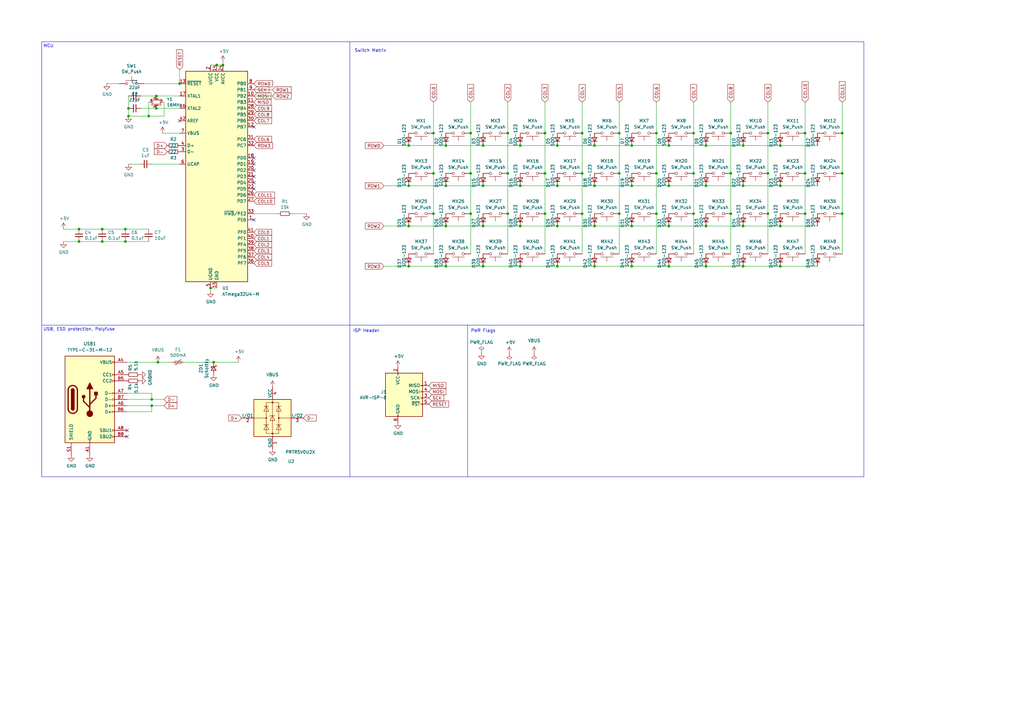
<source format=kicad_sch>
(kicad_sch (version 20230121) (generator eeschema)
  (paper "A3")
  (title_block (date "2023-11-12"))
  (junction (at 269.24 71.12))
  (junction (at 254 71.12))
  (junction (at 320.04 92.71))
  (junction (at 274.32 59.69))
  (junction (at 51.435 93.98))
  (junction (at 182.88 92.71))
  (junction (at 177.8 54.61))
  (junction (at 182.88 76.2))
  (junction (at 299.72 87.63))
  (junction (at 284.48 87.63))
  (junction (at 289.56 76.2))
  (junction (at 274.32 109.22))
  (junction (at 243.84 109.22))
  (junction (at 167.64 92.71))
  (junction (at 314.96 87.63))
  (junction (at 269.24 87.63))
  (junction (at 228.6 109.22))
  (junction (at 52.705 47.625))
  (junction (at 274.32 92.71))
  (junction (at 228.6 92.71))
  (junction (at 182.88 109.22))
  (junction (at 167.64 109.22))
  (junction (at 62.23 166.37))
  (junction (at 259.08 92.71))
  (junction (at 177.8 71.12))
  (junction (at 243.84 59.69))
  (junction (at 32.385 93.98))
  (junction (at 254 54.61))
  (junction (at 304.8 109.22))
  (junction (at 60.96 47.625))
  (junction (at 41.91 93.98))
  (junction (at 320.04 109.22))
  (junction (at 254 87.63))
  (junction (at 320.04 76.2))
  (junction (at 51.435 99.06))
  (junction (at 167.64 59.69))
  (junction (at 304.8 76.2))
  (junction (at 259.08 109.22))
  (junction (at 223.52 54.61))
  (junction (at 73.66 34.29))
  (junction (at 228.6 76.2))
  (junction (at 289.56 59.69))
  (junction (at 299.72 54.61))
  (junction (at 64.77 148.59))
  (junction (at 223.52 87.63))
  (junction (at 238.76 71.12))
  (junction (at 345.44 54.61))
  (junction (at 208.28 71.12))
  (junction (at 198.12 109.22))
  (junction (at 223.52 71.12))
  (junction (at 320.04 59.69))
  (junction (at 330.2 87.63))
  (junction (at 193.04 71.12))
  (junction (at 182.88 59.69))
  (junction (at 269.24 54.61))
  (junction (at 177.8 87.63))
  (junction (at 64.135 39.37))
  (junction (at 62.23 163.83))
  (junction (at 86.36 118.11))
  (junction (at 238.76 87.63))
  (junction (at 213.36 92.71))
  (junction (at 208.28 54.61))
  (junction (at 314.96 71.12))
  (junction (at 208.28 87.63))
  (junction (at 284.48 71.12))
  (junction (at 345.44 87.63))
  (junction (at 193.04 54.61))
  (junction (at 228.6 59.69))
  (junction (at 64.135 44.45))
  (junction (at 314.96 54.61))
  (junction (at 330.2 71.12))
  (junction (at 304.8 59.69))
  (junction (at 259.08 59.69))
  (junction (at 198.12 76.2))
  (junction (at 259.08 76.2))
  (junction (at 167.64 76.2))
  (junction (at 299.72 71.12))
  (junction (at 87.63 148.59))
  (junction (at 243.84 92.71))
  (junction (at 32.385 99.06))
  (junction (at 52.705 44.45))
  (junction (at 289.56 92.71))
  (junction (at 198.12 92.71))
  (junction (at 274.32 76.2))
  (junction (at 193.04 87.63))
  (junction (at 41.91 99.06))
  (junction (at 345.44 71.12))
  (junction (at 91.44 26.67))
  (junction (at 238.76 54.61))
  (junction (at 304.8 92.71))
  (junction (at 243.84 76.2))
  (junction (at 213.36 76.2))
  (junction (at 289.56 109.22))
  (junction (at 88.9 26.67))
  (junction (at 213.36 59.69))
  (junction (at 330.2 54.61))
  (junction (at 198.12 59.69))
  (junction (at 213.36 109.22))
  (junction (at 284.48 54.61))
  (no_connect (at 104.14 74.93))
  (no_connect (at 104.14 67.31))
  (no_connect (at 104.14 72.39))
  (no_connect (at 104.14 52.07))
  (no_connect (at 104.14 77.47))
  (no_connect (at 52.07 179.07))
  (no_connect (at 73.66 49.53))
  (no_connect (at 104.14 64.77))
  (no_connect (at 52.07 176.53))
  (no_connect (at 104.14 90.17))
  (no_connect (at 104.14 69.85))
  (wire (pts (xy 213.36 109.22) (xy 228.6 109.22)))
  (wire (pts (xy 284.48 54.61) (xy 284.48 71.12)))
  (wire (pts (xy 269.24 87.63) (xy 269.24 104.14)))
  (wire (pts (xy 62.23 166.37) (xy 62.23 168.91)))
  (wire (pts (xy 345.44 87.63) (xy 345.44 104.14)))
  (wire (pts (xy 193.04 87.63) (xy 193.04 104.14)))
  (wire (pts (xy 223.52 54.61) (xy 223.52 71.12)))
  (wire (pts (xy 198.12 59.69) (xy 213.36 59.69)))
  (wire (pts (xy 269.24 41.91) (xy 269.24 54.61)))
  (wire (pts (xy 111.76 39.37) (xy 104.14 39.37)))
  (wire (pts (xy 26.035 99.06) (xy 32.385 99.06)))
  (wire (pts (xy 193.04 54.61) (xy 193.04 71.12)))
  (wire (pts (xy 330.2 71.12) (xy 330.2 87.63)))
  (wire (pts (xy 52.07 168.91) (xy 62.23 168.91)))
  (wire (pts (xy 57.785 44.45) (xy 64.135 44.45)))
  (wire (pts (xy 299.72 41.91) (xy 299.72 54.61)))
  (polyline (pts (xy 17.145 133.35) (xy 354.33 133.35)))
  (wire (pts (xy 274.32 92.71) (xy 289.56 92.71)))
  (wire (pts (xy 59.055 34.29) (xy 73.66 34.29)))
  (wire (pts (xy 289.56 92.71) (xy 304.8 92.71)))
  (wire (pts (xy 104.14 36.83) (xy 111.76 36.83)))
  (polyline (pts (xy 354.33 17.145) (xy 354.33 195.58)))
  (wire (pts (xy 345.44 71.12) (xy 345.44 87.63)))
  (wire (pts (xy 314.96 54.61) (xy 314.96 71.12)))
  (wire (pts (xy 182.88 59.69) (xy 198.12 59.69)))
  (wire (pts (xy 52.705 39.37) (xy 52.705 44.45)))
  (wire (pts (xy 223.52 71.12) (xy 223.52 87.63)))
  (wire (pts (xy 213.36 59.69) (xy 228.6 59.69)))
  (wire (pts (xy 60.96 41.91) (xy 61.595 41.91)))
  (wire (pts (xy 67.31 41.91) (xy 67.31 47.625)))
  (wire (pts (xy 157.48 76.2) (xy 167.64 76.2)))
  (wire (pts (xy 228.6 109.22) (xy 243.84 109.22)))
  (wire (pts (xy 289.56 109.22) (xy 304.8 109.22)))
  (wire (pts (xy 269.24 71.12) (xy 269.24 87.63)))
  (wire (pts (xy 304.8 109.22) (xy 320.04 109.22)))
  (wire (pts (xy 274.32 59.69) (xy 289.56 59.69)))
  (wire (pts (xy 62.23 163.83) (xy 62.23 161.29)))
  (wire (pts (xy 88.9 26.67) (xy 91.44 26.67)))
  (wire (pts (xy 243.84 76.2) (xy 259.08 76.2)))
  (wire (pts (xy 259.08 92.71) (xy 274.32 92.71)))
  (wire (pts (xy 320.04 59.69) (xy 335.28 59.69)))
  (wire (pts (xy 41.91 99.06) (xy 51.435 99.06)))
  (wire (pts (xy 304.8 59.69) (xy 320.04 59.69)))
  (wire (pts (xy 284.48 87.63) (xy 284.48 104.14)))
  (wire (pts (xy 62.23 163.83) (xy 67.31 163.83)))
  (wire (pts (xy 228.6 76.2) (xy 243.84 76.2)))
  (wire (pts (xy 223.52 41.91) (xy 223.52 54.61)))
  (wire (pts (xy 60.96 47.625) (xy 60.96 41.91)))
  (wire (pts (xy 177.8 54.61) (xy 177.8 71.12)))
  (wire (pts (xy 52.07 161.29) (xy 62.23 161.29)))
  (wire (pts (xy 213.36 76.2) (xy 228.6 76.2)))
  (wire (pts (xy 208.28 87.63) (xy 208.28 104.14)))
  (wire (pts (xy 330.2 87.63) (xy 330.2 104.14)))
  (wire (pts (xy 314.96 71.12) (xy 314.96 87.63)))
  (wire (pts (xy 238.76 71.12) (xy 238.76 87.63)))
  (wire (pts (xy 314.96 41.91) (xy 314.96 54.61)))
  (wire (pts (xy 238.76 87.63) (xy 238.76 104.14)))
  (wire (pts (xy 66.675 54.61) (xy 73.66 54.61)))
  (wire (pts (xy 345.44 41.91) (xy 345.44 54.61)))
  (wire (pts (xy 274.32 109.22) (xy 289.56 109.22)))
  (wire (pts (xy 177.8 41.91) (xy 177.8 54.61)))
  (wire (pts (xy 51.435 99.06) (xy 60.96 99.06)))
  (wire (pts (xy 86.36 119.38) (xy 86.36 118.11)))
  (wire (pts (xy 114.3 87.63) (xy 104.14 87.63)))
  (wire (pts (xy 284.48 41.91) (xy 284.48 54.61)))
  (wire (pts (xy 26.035 93.98) (xy 32.385 93.98)))
  (wire (pts (xy 52.705 67.31) (xy 57.15 67.31)))
  (wire (pts (xy 254 87.63) (xy 254 104.14)))
  (wire (pts (xy 320.04 92.71) (xy 335.28 92.71)))
  (wire (pts (xy 32.385 93.98) (xy 41.91 93.98)))
  (wire (pts (xy 208.28 71.12) (xy 208.28 87.63)))
  (wire (pts (xy 228.6 59.69) (xy 243.84 59.69)))
  (wire (pts (xy 330.2 41.91) (xy 330.2 54.61)))
  (wire (pts (xy 43.815 34.29) (xy 48.895 34.29)))
  (wire (pts (xy 289.56 59.69) (xy 304.8 59.69)))
  (wire (pts (xy 198.12 92.71) (xy 213.36 92.71)))
  (wire (pts (xy 167.64 59.69) (xy 182.88 59.69)))
  (wire (pts (xy 304.8 92.71) (xy 320.04 92.71)))
  (wire (pts (xy 259.08 59.69) (xy 274.32 59.69)))
  (wire (pts (xy 223.52 87.63) (xy 223.52 104.14)))
  (wire (pts (xy 182.88 92.71) (xy 198.12 92.71)))
  (wire (pts (xy 41.91 93.98) (xy 51.435 93.98)))
  (wire (pts (xy 52.705 44.45) (xy 52.705 47.625)))
  (wire (pts (xy 73.66 28.575) (xy 73.66 34.29)))
  (wire (pts (xy 87.63 148.59) (xy 97.79 148.59)))
  (wire (pts (xy 198.12 76.2) (xy 213.36 76.2)))
  (polyline (pts (xy 17.145 195.58) (xy 354.33 195.58)))
  (wire (pts (xy 259.08 109.22) (xy 274.32 109.22)))
  (wire (pts (xy 51.435 93.98) (xy 60.96 93.98)))
  (wire (pts (xy 243.84 109.22) (xy 259.08 109.22)))
  (wire (pts (xy 86.36 118.11) (xy 88.9 118.11)))
  (wire (pts (xy 32.385 99.06) (xy 41.91 99.06)))
  (wire (pts (xy 254 41.91) (xy 254 54.61)))
  (wire (pts (xy 304.8 76.2) (xy 320.04 76.2)))
  (wire (pts (xy 254 71.12) (xy 254 87.63)))
  (wire (pts (xy 62.23 166.37) (xy 67.31 166.37)))
  (wire (pts (xy 157.48 92.71) (xy 167.64 92.71)))
  (wire (pts (xy 289.56 76.2) (xy 304.8 76.2)))
  (polyline (pts (xy 17.145 17.145) (xy 17.145 195.58)))
  (wire (pts (xy 314.96 87.63) (xy 314.96 104.14)))
  (wire (pts (xy 64.135 39.37) (xy 57.785 39.37)))
  (wire (pts (xy 299.72 71.12) (xy 299.72 87.63)))
  (wire (pts (xy 198.12 109.22) (xy 213.36 109.22)))
  (wire (pts (xy 67.31 47.625) (xy 60.96 47.625)))
  (wire (pts (xy 193.04 71.12) (xy 193.04 87.63)))
  (wire (pts (xy 193.04 41.91) (xy 193.04 54.61)))
  (polyline (pts (xy 143.51 17.145) (xy 143.51 195.58)))
  (wire (pts (xy 208.28 41.91) (xy 208.28 54.61)))
  (wire (pts (xy 274.32 76.2) (xy 289.56 76.2)))
  (wire (pts (xy 66.675 41.91) (xy 67.31 41.91)))
  (wire (pts (xy 299.72 87.63) (xy 299.72 104.14)))
  (wire (pts (xy 228.6 92.71) (xy 243.84 92.71)))
  (wire (pts (xy 157.48 109.22) (xy 167.64 109.22)))
  (wire (pts (xy 91.44 25.4) (xy 91.44 26.67)))
  (wire (pts (xy 75.565 148.59) (xy 87.63 148.59)))
  (wire (pts (xy 86.36 26.67) (xy 88.9 26.67)))
  (wire (pts (xy 254 54.61) (xy 254 71.12)))
  (wire (pts (xy 238.76 41.91) (xy 238.76 54.61)))
  (wire (pts (xy 182.88 109.22) (xy 198.12 109.22)))
  (wire (pts (xy 167.64 92.71) (xy 182.88 92.71)))
  (wire (pts (xy 330.2 54.61) (xy 330.2 71.12)))
  (wire (pts (xy 243.84 92.71) (xy 259.08 92.71)))
  (wire (pts (xy 182.88 76.2) (xy 198.12 76.2)))
  (wire (pts (xy 177.8 71.12) (xy 177.8 87.63)))
  (wire (pts (xy 177.8 87.63) (xy 177.8 104.14)))
  (wire (pts (xy 284.48 71.12) (xy 284.48 87.63)))
  (wire (pts (xy 238.76 54.61) (xy 238.76 71.12)))
  (wire (pts (xy 320.04 76.2) (xy 335.28 76.2)))
  (wire (pts (xy 345.44 54.61) (xy 345.44 71.12)))
  (wire (pts (xy 213.36 92.71) (xy 228.6 92.71)))
  (wire (pts (xy 52.07 148.59) (xy 64.77 148.59)))
  (wire (pts (xy 243.84 59.69) (xy 259.08 59.69)))
  (wire (pts (xy 299.72 54.61) (xy 299.72 71.12)))
  (wire (pts (xy 64.77 148.59) (xy 70.485 148.59)))
  (wire (pts (xy 62.23 67.31) (xy 73.66 67.31)))
  (wire (pts (xy 64.135 39.37) (xy 73.66 39.37)))
  (wire (pts (xy 320.04 109.22) (xy 335.28 109.22)))
  (wire (pts (xy 259.08 76.2) (xy 274.32 76.2)))
  (wire (pts (xy 125.73 87.63) (xy 119.38 87.63)))
  (wire (pts (xy 167.64 109.22) (xy 182.88 109.22)))
  (polyline (pts (xy 17.145 17.145) (xy 354.33 17.145)))
  (wire (pts (xy 52.705 47.625) (xy 60.96 47.625)))
  (wire (pts (xy 157.48 59.69) (xy 167.64 59.69)))
  (wire (pts (xy 269.24 54.61) (xy 269.24 71.12)))
  (wire (pts (xy 208.28 54.61) (xy 208.28 71.12)))
  (wire (pts (xy 52.07 163.83) (xy 62.23 163.83)))
  (wire (pts (xy 73.66 44.45) (xy 64.135 44.45)))
  (polyline (pts (xy 191.77 133.35) (xy 191.77 195.58)))
  (wire (pts (xy 167.64 76.2) (xy 182.88 76.2)))
  (wire (pts (xy 52.07 166.37) (xy 62.23 166.37)))
  (text "MCU\n" (at 17.78 19.685 0) (effects (font (size 1.27 1.27)) (justify left bottom)))
  (text "ISP Header\n" (at 144.78 136.525 0) (effects (font (size 1.27 1.27)) (justify left bottom)))
  (text "USB, ESD protection, Polyfuse" (at 17.78 135.89 0) (effects (font (size 1.27 1.27)) (justify left bottom)))
  (text "PWR Flags" (at 193.04 136.525 0) (effects (font (size 1.27 1.27)) (justify left bottom)))
  (text "Switch Matrix\n" (at 145.415 21.59 0) (effects (font (size 1.27 1.27)) (justify left bottom)))
  (global_label "COL0" (shape input) (at 177.8 41.91 90) (property "Intersheetrefs" "${INTERSHEET_REFS}" (effects hide)))
  (global_label "COL1" (shape input) (at 104.14 97.79 0) (property "Intersheetrefs" "${INTERSHEET_REFS}" (effects hide)))
  (global_label "COL8" (shape input) (at 299.72 41.91 90) (property "Intersheetrefs" "${INTERSHEET_REFS}" (effects hide)))
  (global_label "SCK" (shape input) (at 175.895 163.195 0) (property "Intersheetrefs" "${INTERSHEET_REFS}" (effects hide)))
  (global_label "RESET" (shape input) (at 73.66 28.575 90) (property "Intersheetrefs" "${INTERSHEET_REFS}" (effects hide)))
  (global_label "D+" (shape input) (at 99.06 171.45 180) (property "Intersheetrefs" "${INTERSHEET_REFS}" (effects hide)))
  (global_label "ROW0" (shape input) (at 157.48 59.69 180) (property "Intersheetrefs" "${INTERSHEET_REFS}" (effects hide)))
  (global_label "COL6" (shape input) (at 104.14 57.15 0) (property "Intersheetrefs" "${INTERSHEET_REFS}" (effects hide)))
  (global_label "D-" (shape input) (at 68.58 62.23 180) (property "Intersheetrefs" "${INTERSHEET_REFS}" (effects hide)))
  (global_label "MISO" (shape input) (at 175.895 158.115 0) (property "Intersheetrefs" "${INTERSHEET_REFS}" (effects hide)))
  (global_label "COL6" (shape input) (at 269.24 41.91 90) (property "Intersheetrefs" "${INTERSHEET_REFS}" (effects hide)))
  (global_label "COL10" (shape input) (at 330.2 41.91 90) (property "Intersheetrefs" "${INTERSHEET_REFS}" (effects hide)))
  (global_label "COL8" (shape input) (at 104.14 46.99 0) (property "Intersheetrefs" "${INTERSHEET_REFS}" (effects hide)))
  (global_label "ROW2" (shape input) (at 157.48 92.71 180) (property "Intersheetrefs" "${INTERSHEET_REFS}" (effects hide)))
  (global_label "MOSI" (shape input) (at 104.14 39.37 0) (property "Intersheetrefs" "${INTERSHEET_REFS}" (effects hide)))
  (global_label "COL3" (shape input) (at 104.14 102.87 0) (property "Intersheetrefs" "${INTERSHEET_REFS}" (effects hide)))
  (global_label "SCK" (shape input) (at 104.14 36.83 0) (property "Intersheetrefs" "${INTERSHEET_REFS}" (effects hide)))
  (global_label "ROW0" (shape input) (at 104.14 34.29 0) (property "Intersheetrefs" "${INTERSHEET_REFS}" (effects hide)))
  (global_label "COL11" (shape input) (at 104.14 80.01 0) (property "Intersheetrefs" "${INTERSHEET_REFS}" (effects hide)))
  (global_label "ROW3" (shape input) (at 104.14 59.69 0) (property "Intersheetrefs" "${INTERSHEET_REFS}" (effects hide)))
  (global_label "COL4" (shape input) (at 104.14 105.41 0) (property "Intersheetrefs" "${INTERSHEET_REFS}" (effects hide)))
  (global_label "COL3" (shape input) (at 223.52 41.91 90) (property "Intersheetrefs" "${INTERSHEET_REFS}" (effects hide)))
  (global_label "ROW1" (shape input) (at 111.76 36.83 0) (property "Intersheetrefs" "${INTERSHEET_REFS}" (effects hide)))
  (global_label "D-" (shape input) (at 124.46 171.45 0) (property "Intersheetrefs" "${INTERSHEET_REFS}" (effects hide)))
  (global_label "COL0" (shape input) (at 104.14 95.25 0) (property "Intersheetrefs" "${INTERSHEET_REFS}" (effects hide)))
  (global_label "COL2" (shape input) (at 208.28 41.91 90) (property "Intersheetrefs" "${INTERSHEET_REFS}" (effects hide)))
  (global_label "ROW3" (shape input) (at 157.48 109.22 180) (property "Intersheetrefs" "${INTERSHEET_REFS}" (effects hide)))
  (global_label "COL7" (shape input) (at 104.14 49.53 0) (property "Intersheetrefs" "${INTERSHEET_REFS}" (effects hide)))
  (global_label "COL9" (shape input) (at 104.14 44.45 0) (property "Intersheetrefs" "${INTERSHEET_REFS}" (effects hide)))
  (global_label "MOSI" (shape input) (at 175.895 160.655 0) (property "Intersheetrefs" "${INTERSHEET_REFS}" (effects hide)))
  (global_label "COL2" (shape input) (at 104.14 100.33 0) (property "Intersheetrefs" "${INTERSHEET_REFS}" (effects hide)))
  (global_label "D-" (shape input) (at 67.31 163.83 0) (property "Intersheetrefs" "${INTERSHEET_REFS}" (effects hide)))
  (global_label "ROW1" (shape input) (at 157.48 76.2 180) (property "Intersheetrefs" "${INTERSHEET_REFS}" (effects hide)))
  (global_label "ROW2" (shape input) (at 111.76 39.37 0) (property "Intersheetrefs" "${INTERSHEET_REFS}" (effects hide)))
  (global_label "COL5" (shape input) (at 254 41.91 90) (property "Intersheetrefs" "${INTERSHEET_REFS}" (effects hide)))
  (global_label "COL4" (shape input) (at 238.76 41.91 90) (property "Intersheetrefs" "${INTERSHEET_REFS}" (effects hide)))
  (global_label "D+" (shape input) (at 68.58 59.69 180) (property "Intersheetrefs" "${INTERSHEET_REFS}" (effects hide)))
  (global_label "COL1" (shape input) (at 193.04 41.91 90) (property "Intersheetrefs" "${INTERSHEET_REFS}" (effects hide)))
  (global_label "COL11" (shape input) (at 345.44 41.91 90) (property "Intersheetrefs" "${INTERSHEET_REFS}" (effects hide)))
  (global_label "COL7" (shape input) (at 284.48 41.91 90) (property "Intersheetrefs" "${INTERSHEET_REFS}" (effects hide)))
  (global_label "MISO" (shape input) (at 104.14 41.91 0) (property "Intersheetrefs" "${INTERSHEET_REFS}" (effects hide)))
  (global_label "COL10" (shape input) (at 104.14 82.55 0) (property "Intersheetrefs" "${INTERSHEET_REFS}" (effects hide)))
  (global_label "RESET" (shape input) (at 175.895 165.735 0) (property "Intersheetrefs" "${INTERSHEET_REFS}" (effects hide)))
  (global_label "COL5" (shape input) (at 104.14 107.95 0) (property "Intersheetrefs" "${INTERSHEET_REFS}" (effects hide)))
  (global_label "COL9" (shape input) (at 314.96 41.91 90) (property "Intersheetrefs" "${INTERSHEET_REFS}" (effects hide)))
  (global_label "D+" (shape input) (at 67.31 166.37 0) (property "Intersheetrefs" "${INTERSHEET_REFS}" (effects hide)))
  (symbol (lib_id "power:+5V") (at 91.44 25.4 0) (unit 1)
    (property "Reference" "#PWR02" (effects hide))
    (property "Value" "+5V" (at 91.821 21.0058 0))
  )
  (symbol (lib_id "power:GND") (at 86.36 119.38 0) (unit 1)
    (property "Reference" "#PWR010" (effects hide))
    (property "Value" "GND" (at 86.487 123.7742 0))
  )
  (symbol (lib_id "Device:R_Small") (at 116.84 87.63 270) (unit 1)
    (property "Reference" "R1" (at 116.84 82.6516 90))
    (property "Value" "10k" (at 116.84 84.963 90))
    (property "Footprint" "Resistor_SMD:R_0805_2012Metric" (effects hide))
  )
  (symbol (lib_id "power:GND") (at 125.73 87.63 0) (unit 1)
    (property "Reference" "#PWR07" (effects hide))
    (property "Value" "GND" (at 125.857 92.0242 0))
  )
  (symbol (lib_id "Switch:SW_Push") (at 53.975 34.29 0) (unit 1)
    (property "Reference" "SW1" (at 53.975 27.051 0))
    (property "Value" "SW_Push" (at 53.975 29.3624 0))
    (property "Footprint" "Button_Switch_SMD:SW_SPST_SKQG_WithStem" (effects hide))
  )
  (symbol (lib_id "power:GND") (at 43.815 34.29 0) (unit 1)
    (property "Reference" "#PWR03" (effects hide))
    (property "Value" "GND" (at 43.942 38.6842 0))
  )
  (symbol (lib_id "Device:Crystal_GND24_Small") (at 64.135 41.91 270) (unit 1)
    (property "Reference" "Y1" (at 68.3514 40.7416 90) (effects (justify left)))
    (property "Value" "16MHz" (at 68.3514 43.053 90) (effects (justify left)))
    (property "Footprint" "Crystal:Crystal_SMD_3225-4Pin_3.2x2.5mm" (effects hide))
  )
  (symbol (lib_id "Device:C_Small") (at 55.245 39.37 270) (unit 1)
    (property "Reference" "C1" (at 55.245 33.5534 90))
    (property "Value" "22pF" (at 55.245 35.8648 90))
    (property "Footprint" "Capacitor_SMD:C_0603_1608Metric" (effects hide))
  )
  (symbol (lib_id "Device:C_Small") (at 55.245 44.45 270) (unit 1)
    (property "Reference" "C2" (at 55.245 38.6334 90))
    (property "Value" "22pF" (at 55.245 40.9448 90))
    (property "Footprint" "Capacitor_SMD:C_0603_1608Metric" (effects hide))
  )
  (symbol (lib_id "power:GND") (at 52.705 47.625 0) (unit 1)
    (property "Reference" "#PWR04" (effects hide))
    (property "Value" "GND" (at 52.832 52.0192 0))
  )
  (symbol (lib_id "Device:C_Small") (at 59.69 67.31 270) (unit 1)
    (property "Reference" "C3" (at 59.69 61.4934 90))
    (property "Value" "1uF" (at 59.69 63.8048 90))
    (property "Footprint" "Capacitor_SMD:C_0603_1608Metric" (effects hide))
  )
  (symbol (lib_id "power:GND") (at 52.705 67.31 0) (unit 1)
    (property "Reference" "#PWR06" (effects hide))
    (property "Value" "GND" (at 52.832 71.7042 0))
  )
  (symbol (lib_id "Device:C_Small") (at 32.385 96.52 0) (unit 1)
    (property "Reference" "C4" (at 34.7218 95.3516 0) (effects (justify left)))
    (property "Value" "0.1uF" (at 34.7218 97.663 0) (effects (justify left)))
    (property "Footprint" "Capacitor_SMD:C_0603_1608Metric" (effects hide))
  )
  (symbol (lib_id "Device:C_Small") (at 41.91 96.52 0) (unit 1)
    (property "Reference" "C5" (at 44.2468 95.3516 0) (effects (justify left)))
    (property "Value" "0.1uF" (at 44.2468 97.663 0) (effects (justify left)))
    (property "Footprint" "Capacitor_SMD:C_0603_1608Metric" (effects hide))
  )
  (symbol (lib_id "Device:C_Small") (at 51.435 96.52 0) (unit 1)
    (property "Reference" "C6" (at 53.7718 95.3516 0) (effects (justify left)))
    (property "Value" "0.1uF" (at 53.7718 97.663 0) (effects (justify left)))
    (property "Footprint" "Capacitor_SMD:C_0603_1608Metric" (effects hide))
  )
  (symbol (lib_id "Device:C_Small") (at 60.96 96.52 0) (unit 1)
    (property "Reference" "C7" (at 63.2968 95.3516 0) (effects (justify left)))
    (property "Value" "10uF" (at 63.2968 97.663 0) (effects (justify left)))
    (property "Footprint" "Capacitor_SMD:C_0603_1608Metric" (effects hide))
  )
  (symbol (lib_id "power:+5V") (at 26.035 93.98 0) (unit 1)
    (property "Reference" "#PWR08" (effects hide))
    (property "Value" "+5V" (at 26.416 89.5858 0))
  )
  (symbol (lib_id "power:GND") (at 26.035 99.06 0) (unit 1)
    (property "Reference" "#PWR09" (effects hide))
    (property "Value" "GND" (at 26.162 103.4542 0))
  )
  (symbol (lib_id "Connector:AVR-ISP-6") (at 165.735 163.195 0) (unit 1)
    (property "Reference" "J1" (at 158.623 160.7566 0) (effects (justify right)))
    (property "Value" "AVR-ISP-6" (at 158.623 163.068 0) (effects (justify right)))
    (property "Footprint" "Connector_PinHeader_2.54mm:PinHeader_2x03_P2.54mm_Vertical" (effects hide))
    (property "Datasheet" " ~" (effects hide))
  )
  (symbol (lib_id "power:+5V") (at 163.195 150.495 0) (unit 1)
    (property "Reference" "#PWR015" (effects hide))
    (property "Value" "+5V" (at 163.576 146.1008 0))
  )
  (symbol (lib_id "power:GND") (at 163.195 173.355 0) (unit 1)
    (property "Reference" "#PWR017" (effects hide))
    (property "Value" "GND" (at 163.322 177.7492 0))
  )
  (symbol (lib_id "Device:R_Small") (at 54.61 156.21 90) (unit 1)
    (property "Reference" "R4" (at 53.34 160.02 0) (effects (justify left)))
    (property "Value" "5.1k" (at 55.88 161.29 0) (effects (justify left)))
    (property "Footprint" "Resistor_SMD:R_0805_2012Metric" (effects hide))
  )
  (symbol (lib_id "Device:R_Small") (at 54.61 153.67 90) (unit 1)
    (property "Reference" "R5" (at 53.4416 152.1714 0) (effects (justify left)))
    (property "Value" "5.1k" (at 55.753 152.1714 0) (effects (justify left)))
    (property "Footprint" "Resistor_SMD:R_0805_2012Metric" (effects hide))
  )
  (symbol (lib_id "Device:R_Small") (at 71.12 59.69 270) (unit 1)
    (property "Reference" "R2" (at 71.12 57.15 90))
    (property "Value" "22" (at 71.12 59.69 90))
    (property "Footprint" "Resistor_SMD:R_0805_2012Metric" (effects hide))
  )
  (symbol (lib_id "Device:R_Small") (at 71.12 62.23 270) (unit 1)
    (property "Reference" "R3" (at 71.12 64.77 90))
    (property "Value" "22" (at 71.12 62.23 90))
    (property "Footprint" "Resistor_SMD:R_0805_2012Metric" (effects hide))
  )
  (symbol (lib_id "power:GND") (at 111.76 184.15 0) (unit 1)
    (property "Reference" "#PWR020" (effects hide))
    (property "Value" "GND" (at 111.887 188.5442 0))
  )
  (symbol (lib_id "power:+5V") (at 97.79 148.59 0) (unit 1)
    (property "Reference" "#PWR021" (effects hide))
    (property "Value" "+5V" (at 98.171 144.1958 0))
  )
  (symbol (lib_id "Device:D_Small") (at 167.64 57.15 90) (unit 1)
    (property "Reference" "D1" (at 163.83 56.515 0) (effects (justify right)))
    (property "Value" "SOD-123" (at 165.735 50.8 0) (effects (justify right)))
    (property "Footprint" "Diode_SMD:D_SOD-123" (effects hide))
  )
  (symbol (lib_id "Device:D_Schottky_Small") (at 87.63 151.13 270) (unit 1)
    (property "Reference" "ZD1" (at 82.423 151.13 0))
    (property "Value" "Schottky" (at 84.7344 151.13 0))
    (property "Footprint" "Diode_SMD:D_SOD-123" (effects hide))
  )
  (symbol (lib_id "Device:D_Small") (at 259.08 57.15 90) (unit 1)
    (property "Reference" "D7" (at 255.27 56.515 0) (effects (justify right)))
    (property "Value" "SOD-123" (at 257.175 50.8 0) (effects (justify right)))
    (property "Footprint" "Diode_SMD:D_SOD-123" (effects hide))
  )
  (symbol (lib_id "Device:D_Small") (at 274.32 57.15 90) (unit 1)
    (property "Reference" "D8" (at 270.51 56.515 0) (effects (justify right)))
    (property "Value" "SOD-123" (at 272.415 50.8 0) (effects (justify right)))
    (property "Footprint" "Diode_SMD:D_SOD-123" (effects hide))
  )
  (symbol (lib_id "Device:D_Small") (at 289.56 57.15 90) (unit 1)
    (property "Reference" "D9" (at 285.75 56.515 0) (effects (justify right)))
    (property "Value" "SOD-123" (at 287.655 50.8 0) (effects (justify right)))
    (property "Footprint" "Diode_SMD:D_SOD-123" (effects hide))
  )
  (symbol (lib_id "Device:D_Small") (at 304.8 57.15 90) (unit 1)
    (property "Reference" "D10" (at 300.99 56.515 0) (effects (justify right)))
    (property "Value" "SOD-123" (at 302.895 50.8 0) (effects (justify right)))
    (property "Footprint" "Diode_SMD:D_SOD-123" (effects hide))
  )
  (symbol (lib_id "Device:D_Small") (at 320.04 57.15 90) (unit 1)
    (property "Reference" "D11" (at 316.23 56.515 0) (effects (justify right)))
    (property "Value" "SOD-123" (at 318.135 50.8 0) (effects (justify right)))
    (property "Footprint" "Diode_SMD:D_SOD-123" (effects hide))
  )
  (symbol (lib_id "Device:D_Small") (at 335.28 57.15 90) (unit 1)
    (property "Reference" "D12" (at 331.47 56.515 0) (effects (justify right)))
    (property "Value" "SOD-123" (at 333.375 50.8 0) (effects (justify right)))
    (property "Footprint" "Diode_SMD:D_SOD-123" (effects hide))
  )
  (symbol (lib_id "Device:D_Small") (at 182.88 57.15 90) (unit 1)
    (property "Reference" "D2" (at 179.07 56.515 0) (effects (justify right)))
    (property "Value" "SOD-123" (at 180.975 50.8 0) (effects (justify right)))
    (property "Footprint" "Diode_SMD:D_SOD-123" (effects hide))
  )
  (symbol (lib_id "Device:D_Small") (at 198.12 57.15 90) (unit 1)
    (property "Reference" "D3" (at 194.31 56.515 0) (effects (justify right)))
    (property "Value" "SOD-123" (at 196.215 50.8 0) (effects (justify right)))
    (property "Footprint" "Diode_SMD:D_SOD-123" (effects hide))
  )
  (symbol (lib_id "Device:D_Small") (at 213.36 57.15 90) (unit 1)
    (property "Reference" "D4" (at 209.55 56.515 0) (effects (justify right)))
    (property "Value" "SOD-123" (at 211.455 50.8 0) (effects (justify right)))
    (property "Footprint" "Diode_SMD:D_SOD-123" (effects hide))
  )
  (symbol (lib_id "Device:D_Small") (at 228.6 57.15 90) (unit 1)
    (property "Reference" "D5" (at 224.79 56.515 0) (effects (justify right)))
    (property "Value" "SOD-123" (at 226.695 50.8 0) (effects (justify right)))
    (property "Footprint" "Diode_SMD:D_SOD-123" (effects hide))
  )
  (symbol (lib_id "Device:D_Small") (at 243.84 57.15 90) (unit 1)
    (property "Reference" "D6" (at 240.03 56.515 0) (effects (justify right)))
    (property "Value" "SOD-123" (at 241.935 50.8 0) (effects (justify right)))
    (property "Footprint" "Diode_SMD:D_SOD-123" (effects hide))
  )
  (symbol (lib_id "power:GND") (at 197.485 144.78 0) (unit 1)
    (property "Reference" "#PWR011" (effects hide))
    (property "Value" "GND" (at 197.612 149.1742 0))
  )
  (symbol (lib_id "power:+5V") (at 208.915 144.78 0) (unit 1)
    (property "Reference" "#PWR012" (effects hide))
    (property "Value" "+5V" (at 209.296 140.3858 0))
  )
  (symbol (lib_id "power:PWR_FLAG") (at 197.485 144.78 0) (unit 1)
    (property "Reference" "#FLG01" (effects hide))
    (property "Value" "PWR_FLAG" (at 197.485 140.3858 0))
  )
  (symbol (lib_id "power:PWR_FLAG") (at 208.915 144.78 180) (unit 1)
    (property "Reference" "#FLG02" (effects hide))
    (property "Value" "PWR_FLAG" (at 208.915 149.1742 0))
  )
  (symbol (lib_id "power:PWR_FLAG") (at 219.075 144.78 180) (unit 1)
    (property "Reference" "#FLG02" (effects hide))
    (property "Value" "PWR_FLAG" (at 219.075 149.1742 0))
  )
  (symbol (lib_id "Switch:SW_Push") (at 340.36 104.14 180) (unit 1)
    (property "Reference" "MX48" (at 340.36 99.06 0))
    (property "Value" "SW_Push" (at 340.36 101.6 0))
    (property "Footprint" "kbd:keyswitch_cherrymx_hotswap_1u" (effects hide))
  )
  (symbol (lib_id "Device:D_Small") (at 182.88 90.17 90) (unit 1)
    (property "Reference" "D26" (at 179.07 89.535 0) (effects (justify right)))
    (property "Value" "SOD-123" (at 180.975 83.82 0) (effects (justify right)))
    (property "Footprint" "Diode_SMD:D_SOD-123" (effects hide))
  )
  (symbol (lib_id "Switch:SW_Push") (at 309.88 104.14 180) (unit 1)
    (property "Reference" "MX46" (at 309.88 99.06 0))
    (property "Value" "SW_Push" (at 309.88 101.6 0))
    (property "Footprint" "kbd:keyswitch_cherrymx_hotswap_1u" (effects hide))
  )
  (symbol (lib_id "Device:D_Small") (at 274.32 73.66 90) (unit 1)
    (property "Reference" "D20" (at 270.51 73.025 0) (effects (justify right)))
    (property "Value" "SOD-123" (at 272.415 67.31 0) (effects (justify right)))
    (property "Footprint" "Diode_SMD:D_SOD-123" (effects hide))
  )
  (symbol (lib_id "Device:D_Small") (at 182.88 106.68 90) (unit 1)
    (property "Reference" "D38" (at 179.07 106.045 0) (effects (justify right)))
    (property "Value" "SOD-123" (at 180.975 100.33 0) (effects (justify right)))
    (property "Footprint" "Diode_SMD:D_SOD-123" (effects hide))
  )
  (symbol (lib_id "Switch:SW_Push") (at 264.16 104.14 180) (unit 1)
    (property "Reference" "MX43" (at 264.16 99.06 0))
    (property "Value" "SW_Push" (at 264.16 101.6 0))
    (property "Footprint" "kbd:keyswitch_cherrymx_hotswap_1u" (effects hide))
  )
  (symbol (lib_id "Device:D_Small") (at 228.6 106.68 90) (unit 1)
    (property "Reference" "D41" (at 224.79 106.045 0) (effects (justify right)))
    (property "Value" "SOD-123" (at 226.695 100.33 0) (effects (justify right)))
    (property "Footprint" "Diode_SMD:D_SOD-123" (effects hide))
  )
  (symbol (lib_id "Device:D_Small") (at 289.56 90.17 90) (unit 1)
    (property "Reference" "D33" (at 285.75 89.535 0) (effects (justify right)))
    (property "Value" "SOD-123" (at 287.655 83.82 0) (effects (justify right)))
    (property "Footprint" "Diode_SMD:D_SOD-123" (effects hide))
  )
  (symbol (lib_id "power:GND") (at 36.83 186.69 0) (unit 1)
    (property "Reference" "#PWR016" (effects hide))
    (property "Value" "GND" (at 36.957 191.0842 0))
  )
  (symbol (lib_id "Device:D_Small") (at 228.6 90.17 90) (unit 1)
    (property "Reference" "D29" (at 224.79 89.535 0) (effects (justify right)))
    (property "Value" "SOD-123" (at 226.695 83.82 0) (effects (justify right)))
    (property "Footprint" "Diode_SMD:D_SOD-123" (effects hide))
  )
  (symbol (lib_id "Switch:SW_Push") (at 294.64 104.14 180) (unit 1)
    (property "Reference" "MX45" (at 294.64 99.06 0))
    (property "Value" "SW_Push" (at 294.64 101.6 0))
    (property "Footprint" "kbd:keyswitch_cherrymx_hotswap_1u" (effects hide))
  )
  (symbol (lib_id "Device:D_Small") (at 243.84 90.17 90) (unit 1)
    (property "Reference" "D30" (at 240.03 89.535 0) (effects (justify right)))
    (property "Value" "SOD-123" (at 241.935 83.82 0) (effects (justify right)))
    (property "Footprint" "Diode_SMD:D_SOD-123" (effects hide))
  )
  (symbol (lib_id "Device:D_Small") (at 213.36 73.66 90) (unit 1)
    (property "Reference" "D16" (at 209.55 73.025 0) (effects (justify right)))
    (property "Value" "SOD-123" (at 211.455 67.31 0) (effects (justify right)))
    (property "Footprint" "Diode_SMD:D_SOD-123" (effects hide))
  )
  (symbol (lib_id "Device:D_Small") (at 335.28 106.68 90) (unit 1)
    (property "Reference" "D48" (at 331.47 106.045 0) (effects (justify right)))
    (property "Value" "SOD-123" (at 333.375 100.33 0) (effects (justify right)))
    (property "Footprint" "Diode_SMD:D_SOD-123" (effects hide))
  )
  (symbol (lib_id "Device:D_Small") (at 304.8 106.68 90) (unit 1)
    (property "Reference" "D46" (at 300.99 106.045 0) (effects (justify right)))
    (property "Value" "SOD-123" (at 302.895 100.33 0) (effects (justify right)))
    (property "Footprint" "Diode_SMD:D_SOD-123" (effects hide))
  )
  (symbol (lib_id "Device:D_Small") (at 167.64 73.66 90) (unit 1)
    (property "Reference" "D13" (at 163.83 73.025 0) (effects (justify right)))
    (property "Value" "SOD-123" (at 165.735 67.31 0) (effects (justify right)))
    (property "Footprint" "Diode_SMD:D_SOD-123" (effects hide))
  )
  (symbol (lib_id "Device:D_Small") (at 259.08 90.17 90) (unit 1)
    (property "Reference" "D31" (at 255.27 89.535 0) (effects (justify right)))
    (property "Value" "SOD-123" (at 257.175 83.82 0) (effects (justify right)))
    (property "Footprint" "Diode_SMD:D_SOD-123" (effects hide))
  )
  (symbol (lib_id "Device:D_Small") (at 320.04 90.17 90) (unit 1)
    (property "Reference" "D35" (at 316.23 89.535 0) (effects (justify right)))
    (property "Value" "SOD-123" (at 318.135 83.82 0) (effects (justify right)))
    (property "Footprint" "Diode_SMD:D_SOD-123" (effects hide))
  )
  (symbol (lib_id "Device:D_Small") (at 243.84 73.66 90) (unit 1)
    (property "Reference" "D18" (at 240.03 73.025 0) (effects (justify right)))
    (property "Value" "SOD-123" (at 241.935 67.31 0) (effects (justify right)))
    (property "Footprint" "Diode_SMD:D_SOD-123" (effects hide))
  )
  (symbol (lib_id "Device:D_Small") (at 213.36 106.68 90) (unit 1)
    (property "Reference" "D40" (at 209.55 106.045 0) (effects (justify right)))
    (property "Value" "SOD-123" (at 211.455 100.33 0) (effects (justify right)))
    (property "Footprint" "Diode_SMD:D_SOD-123" (effects hide))
  )
  (symbol (lib_id "Device:Polyfuse_Small") (at 73.025 148.59 270) (unit 1)
    (property "Reference" "F1" (at 73.025 143.383 90))
    (property "Value" "500mA" (at 73.025 145.6944 90))
    (property "Footprint" "Fuse:Fuse_1206_3216Metric" (effects hide))
  )
  (symbol (lib_id "Device:D_Small") (at 243.84 106.68 90) (unit 1)
    (property "Reference" "D42" (at 240.03 106.045 0) (effects (justify right)))
    (property "Value" "SOD-123" (at 241.935 100.33 0) (effects (justify right)))
    (property "Footprint" "Diode_SMD:D_SOD-123" (effects hide))
  )
  (symbol (lib_id "Switch:SW_Push") (at 264.16 87.63 180) (unit 1)
    (property "Reference" "MX31" (at 264.16 82.55 0))
    (property "Value" "SW_Push" (at 264.16 85.09 0))
    (property "Footprint" "kbd:keyswitch_cherrymx_hotswap_1u" (effects hide))
  )
  (symbol (lib_id "Switch:SW_Push") (at 187.96 87.63 180) (unit 1)
    (property "Reference" "MX26" (at 187.96 82.55 0))
    (property "Value" "SW_Push" (at 187.96 85.09 0))
    (property "Footprint" "kbd:keyswitch_cherrymx_hotswap_1u" (effects hide))
  )
  (symbol (lib_id "Device:D_Small") (at 274.32 90.17 90) (unit 1)
    (property "Reference" "D32" (at 270.51 89.535 0) (effects (justify right)))
    (property "Value" "SOD-123" (at 272.415 83.82 0) (effects (justify right)))
    (property "Footprint" "Diode_SMD:D_SOD-123" (effects hide))
  )
  (symbol (lib_id "Switch:SW_Push") (at 172.72 87.63 180) (unit 1)
    (property "Reference" "MX25" (at 172.72 82.55 0))
    (property "Value" "SW_Push" (at 172.72 85.09 0))
    (property "Footprint" "kbd:keyswitch_cherrymx_hotswap_1u" (effects hide))
  )
  (symbol (lib_id "Switch:SW_Push") (at 172.72 104.14 180) (unit 1)
    (property "Reference" "MX37" (at 172.72 99.06 0))
    (property "Value" "SW_Push" (at 172.72 101.6 0))
    (property "Footprint" "kbd:keyswitch_cherrymx_hotswap_1u" (effects hide))
  )
  (symbol (lib_id "Device:D_Small") (at 167.64 90.17 90) (unit 1)
    (property "Reference" "D25" (at 163.83 89.535 0) (effects (justify right)))
    (property "Value" "SOD-123" (at 165.735 83.82 0) (effects (justify right)))
    (property "Footprint" "Diode_SMD:D_SOD-123" (effects hide))
  )
  (symbol (lib_id "Switch:SW_Push") (at 279.4 54.61 180) (unit 1)
    (property "Reference" "MX8" (at 279.4 49.53 0))
    (property "Value" "SW_Push" (at 279.4 52.07 0))
    (property "Footprint" "kbd:keyswitch_cherrymx_hotswap_1u" (effects hide))
  )
  (symbol (lib_id "Switch:SW_Push") (at 218.44 87.63 180) (unit 1)
    (property "Reference" "MX28" (at 218.44 82.55 0))
    (property "Value" "SW_Push" (at 218.44 85.09 0))
    (property "Footprint" "kbd:keyswitch_cherrymx_hotswap_1u" (effects hide))
  )
  (symbol (lib_id "Device:D_Small") (at 259.08 106.68 90) (unit 1)
    (property "Reference" "D43" (at 255.27 106.045 0) (effects (justify right)))
    (property "Value" "SOD-123" (at 257.175 100.33 0) (effects (justify right)))
    (property "Footprint" "Diode_SMD:D_SOD-123" (effects hide))
  )
  (symbol (lib_id "Switch:SW_Push") (at 218.44 54.61 180) (unit 1)
    (property "Reference" "MX4" (at 218.44 49.53 0))
    (property "Value" "SW_Push" (at 218.44 52.07 0))
    (property "Footprint" "kbd:keyswitch_cherrymx_hotswap_1u" (effects hide))
  )
  (symbol (lib_id "Switch:SW_Push") (at 187.96 54.61 180) (unit 1)
    (property "Reference" "MX2" (at 187.96 49.53 0))
    (property "Value" "SW_Push" (at 187.96 52.07 0))
    (property "Footprint" "kbd:keyswitch_cherrymx_hotswap_1u" (effects hide))
  )
  (symbol (lib_id "Switch:SW_Push") (at 203.2 71.12 180) (unit 1)
    (property "Reference" "MX15" (at 203.2 66.04 0))
    (property "Value" "SW_Push" (at 203.2 68.58 0))
    (property "Footprint" "kbd:keyswitch_cherrymx_hotswap_1u" (effects hide))
  )
  (symbol (lib_id "Device:D_Small") (at 167.64 106.68 90) (unit 1)
    (property "Reference" "D37" (at 163.83 106.045 0) (effects (justify right)))
    (property "Value" "SOD-123" (at 165.735 100.33 0) (effects (justify right)))
    (property "Footprint" "Diode_SMD:D_SOD-123" (effects hide))
  )
  (symbol (lib_id "Switch:SW_Push") (at 172.72 71.12 180) (unit 1)
    (property "Reference" "MX13" (at 172.72 66.04 0))
    (property "Value" "SW_Push" (at 172.72 68.58 0))
    (property "Footprint" "kbd:keyswitch_cherrymx_hotswap_1u" (effects hide))
  )
  (symbol (lib_id "Switch:SW_Push") (at 233.68 87.63 180) (unit 1)
    (property "Reference" "MX29" (at 233.68 82.55 0))
    (property "Value" "SW_Push" (at 233.68 85.09 0))
    (property "Footprint" "kbd:keyswitch_cherrymx_hotswap_1u" (effects hide))
  )
  (symbol (lib_id "Device:D_Small") (at 289.56 106.68 90) (unit 1)
    (property "Reference" "D45" (at 285.75 106.045 0) (effects (justify right)))
    (property "Value" "SOD-123" (at 287.655 100.33 0) (effects (justify right)))
    (property "Footprint" "Diode_SMD:D_SOD-123" (effects hide))
  )
  (symbol (lib_id "Switch:SW_Push") (at 218.44 104.14 180) (unit 1)
    (property "Reference" "MX40" (at 218.44 99.06 0))
    (property "Value" "SW_Push" (at 218.44 101.6 0))
    (property "Footprint" "kbd:keyswitch_cherrymx_hotswap_1u" (effects hide))
  )
  (symbol (lib_id "Switch:SW_Push") (at 203.2 54.61 180) (unit 1)
    (property "Reference" "MX3" (at 203.2 49.53 0))
    (property "Value" "SW_Push" (at 203.2 52.07 0))
    (property "Footprint" "kbd:keyswitch_cherrymx_hotswap_1u" (effects hide))
  )
  (symbol (lib_id "Device:D_Small") (at 198.12 73.66 90) (unit 1)
    (property "Reference" "D15" (at 194.31 73.025 0) (effects (justify right)))
    (property "Value" "SOD-123" (at 196.215 67.31 0) (effects (justify right)))
    (property "Footprint" "Diode_SMD:D_SOD-123" (effects hide))
  )
  (symbol (lib_id "Device:D_Small") (at 320.04 106.68 90) (unit 1)
    (property "Reference" "D47" (at 316.23 106.045 0) (effects (justify right)))
    (property "Value" "SOD-123" (at 318.135 100.33 0) (effects (justify right)))
    (property "Footprint" "Diode_SMD:D_SOD-123" (effects hide))
  )
  (symbol (lib_id "Device:D_Small") (at 274.32 106.68 90) (unit 1)
    (property "Reference" "D44" (at 270.51 106.045 0) (effects (justify right)))
    (property "Value" "SOD-123" (at 272.415 100.33 0) (effects (justify right)))
    (property "Footprint" "Diode_SMD:D_SOD-123" (effects hide))
  )
  (symbol (lib_id "Device:D_Small") (at 182.88 73.66 90) (unit 1)
    (property "Reference" "D14" (at 179.07 73.025 0) (effects (justify right)))
    (property "Value" "SOD-123" (at 180.975 67.31 0) (effects (justify right)))
    (property "Footprint" "Diode_SMD:D_SOD-123" (effects hide))
  )
  (symbol (lib_id "Switch:SW_Push") (at 233.68 104.14 180) (unit 1)
    (property "Reference" "MX41" (at 233.68 99.06 0))
    (property "Value" "SW_Push" (at 233.68 101.6 0))
    (property "Footprint" "kbd:keyswitch_cherrymx_hotswap_1u" (effects hide))
  )
  (symbol (lib_id "power:VBUS") (at 64.77 148.59 0) (unit 1)
    (property "Reference" "#PWR013" (effects hide))
    (property "Value" "VBUS" (at 64.77 143.51 0))
  )
  (symbol (lib_id "Device:D_Small") (at 304.8 90.17 90) (unit 1)
    (property "Reference" "D34" (at 300.99 89.535 0) (effects (justify right)))
    (property "Value" "SOD-123" (at 302.895 83.82 0) (effects (justify right)))
    (property "Footprint" "Diode_SMD:D_SOD-123" (effects hide))
  )
  (symbol (lib_id "Switch:SW_Push") (at 325.12 104.14 180) (unit 1)
    (property "Reference" "MX47" (at 325.12 99.06 0))
    (property "Value" "SW_Push" (at 325.12 101.6 0))
    (property "Footprint" "kbd:keyswitch_cherrymx_hotswap_1u" (effects hide))
  )
  (symbol (lib_id "Switch:SW_Push") (at 172.72 54.61 180) (unit 1)
    (property "Reference" "MX1" (at 172.72 49.53 0))
    (property "Value" "SW_Push" (at 172.72 52.07 0))
    (property "Footprint" "kbd:keyswitch_cherrymx_hotswap_1u" (effects hide))
  )
  (symbol (lib_id "Device:D_Small") (at 335.28 90.17 90) (unit 1)
    (property "Reference" "D36" (at 331.47 89.535 0) (effects (justify right)))
    (property "Value" "SOD-123" (at 333.375 83.82 0) (effects (justify right)))
    (property "Footprint" "Diode_SMD:D_SOD-123" (effects hide))
  )
  (symbol (lib_id "Switch:SW_Push") (at 203.2 87.63 180) (unit 1)
    (property "Reference" "MX27" (at 203.2 82.55 0))
    (property "Value" "SW_Push" (at 203.2 85.09 0))
    (property "Footprint" "kbd:keyswitch_cherrymx_hotswap_1u" (effects hide))
  )
  (symbol (lib_id "Switch:SW_Push") (at 279.4 71.12 180) (unit 1)
    (property "Reference" "MX20" (at 279.4 66.04 0))
    (property "Value" "SW_Push" (at 279.4 68.58 0))
    (property "Footprint" "kbd:keyswitch_cherrymx_hotswap_1u" (effects hide))
  )
  (symbol (lib_id "Device:D_Small") (at 320.04 73.66 90) (unit 1)
    (property "Reference" "D23" (at 316.23 73.025 0) (effects (justify right)))
    (property "Value" "SOD-123" (at 318.135 67.31 0) (effects (justify right)))
    (property "Footprint" "Diode_SMD:D_SOD-123" (effects hide))
  )
  (symbol (lib_id "power:VBUS") (at 219.075 144.78 0) (unit 1)
    (property "Reference" "#PWR05" (effects hide))
    (property "Value" "VBUS" (at 219.075 139.7 0))
  )
  (symbol (lib_id "Switch:SW_Push") (at 233.68 54.61 180) (unit 1)
    (property "Reference" "MX5" (at 233.68 49.53 0))
    (property "Value" "SW_Push" (at 233.68 52.07 0))
    (property "Footprint" "kbd:keyswitch_cherrymx_hotswap_1u" (effects hide))
  )
  (symbol (lib_id "Switch:SW_Push") (at 264.16 71.12 180) (unit 1)
    (property "Reference" "MX19" (at 264.16 66.04 0))
    (property "Value" "SW_Push" (at 264.16 68.58 0))
    (property "Footprint" "kbd:keyswitch_cherrymx_hotswap_1u" (effects hide))
  )
  (symbol (lib_id "Switch:SW_Push") (at 233.68 71.12 180) (unit 1)
    (property "Reference" "MX17" (at 233.68 66.04 0))
    (property "Value" "SW_Push" (at 233.68 68.58 0))
    (property "Footprint" "kbd:keyswitch_cherrymx_hotswap_1u" (effects hide))
  )
  (symbol (lib_id "Switch:SW_Push") (at 248.92 71.12 180) (unit 1)
    (property "Reference" "MX18" (at 248.92 66.04 0))
    (property "Value" "SW_Push" (at 248.92 68.58 0))
    (property "Footprint" "kbd:keyswitch_cherrymx_hotswap_1u" (effects hide))
  )
  (symbol (lib_id "power:VBUS") (at 111.76 158.75 0) (unit 1)
    (property "Reference" "#PWR01" (effects hide))
    (property "Value" "VBUS" (at 111.76 153.67 0))
  )
  (symbol (lib_id "Switch:SW_Push") (at 218.44 71.12 180) (unit 1)
    (property "Reference" "MX16" (at 218.44 66.04 0))
    (property "Value" "SW_Push" (at 218.44 68.58 0))
    (property "Footprint" "kbd:keyswitch_cherrymx_hotswap_1u" (effects hide))
  )
  (symbol (lib_id "Switch:SW_Push") (at 309.88 54.61 180) (unit 1)
    (property "Reference" "MX10" (at 309.88 49.53 0))
    (property "Value" "SW_Push" (at 309.88 52.07 0))
    (property "Footprint" "kbd:keyswitch_cherrymx_hotswap_1u" (effects hide))
  )
  (symbol (lib_id "Switch:SW_Push") (at 340.36 71.12 180) (unit 1)
    (property "Reference" "MX24" (at 340.36 66.04 0))
    (property "Value" "SW_Push" (at 340.36 68.58 0))
    (property "Footprint" "kbd:keyswitch_cherrymx_hotswap_1u" (effects hide))
  )
  (symbol (lib_id "Device:D_Small") (at 228.6 73.66 90) (unit 1)
    (property "Reference" "D17" (at 224.79 73.025 0) (effects (justify right)))
    (property "Value" "SOD-123" (at 226.695 67.31 0) (effects (justify right)))
    (property "Footprint" "Diode_SMD:D_SOD-123" (effects hide))
  )
  (symbol (lib_id "power:GND") (at 57.15 156.21 90) (unit 1)
    (property "Reference" "#PWR024" (effects hide))
    (property "Value" "GND" (at 61.5442 156.083 0))
  )
  (symbol (lib_id "Switch:SW_Push") (at 279.4 87.63 180) (unit 1)
    (property "Reference" "MX32" (at 279.4 82.55 0))
    (property "Value" "SW_Push" (at 279.4 85.09 0))
    (property "Footprint" "kbd:keyswitch_cherrymx_hotswap_1u" (effects hide))
  )
  (symbol (lib_id "Switch:SW_Push") (at 325.12 87.63 180) (unit 1)
    (property "Reference" "MX35" (at 325.12 82.55 0))
    (property "Value" "SW_Push" (at 325.12 85.09 0))
    (property "Footprint" "kbd:keyswitch_cherrymx_hotswap_1u" (effects hide))
  )
  (symbol (lib_id "Switch:SW_Push") (at 294.64 54.61 180) (unit 1)
    (property "Reference" "MX9" (at 294.64 49.53 0))
    (property "Value" "SW_Push" (at 294.64 52.07 0))
    (property "Footprint" "kbd:keyswitch_cherrymx_hotswap_1u" (effects hide))
  )
  (symbol (lib_id "Switch:SW_Push") (at 340.36 87.63 180) (unit 1)
    (property "Reference" "MX36" (at 340.36 82.55 0))
    (property "Value" "SW_Push" (at 340.36 85.09 0))
    (property "Footprint" "kbd:keyswitch_cherrymx_hotswap_1u" (effects hide))
  )
  (symbol (lib_id "Device:D_Small") (at 198.12 106.68 90) (unit 1)
    (property "Reference" "D39" (at 194.31 106.045 0) (effects (justify right)))
    (property "Value" "SOD-123" (at 196.215 100.33 0) (effects (justify right)))
    (property "Footprint" "Diode_SMD:D_SOD-123" (effects hide))
  )
  (symbol (lib_id "Device:D_Small") (at 198.12 90.17 90) (unit 1)
    (property "Reference" "D27" (at 194.31 89.535 0) (effects (justify right)))
    (property "Value" "SOD-123" (at 196.215 83.82 0) (effects (justify right)))
    (property "Footprint" "Diode_SMD:D_SOD-123" (effects hide))
  )
  (symbol (lib_id "Switch:SW_Push") (at 248.92 54.61 180) (unit 1)
    (property "Reference" "MX6" (at 248.92 49.53 0))
    (property "Value" "SW_Push" (at 248.92 52.07 0))
    (property "Footprint" "kbd:keyswitch_cherrymx_hotswap_1u" (effects hide))
  )
  (symbol (lib_id "Switch:SW_Push") (at 294.64 71.12 180) (unit 1)
    (property "Reference" "MX21" (at 294.64 66.04 0))
    (property "Value" "SW_Push" (at 294.64 68.58 0))
    (property "Footprint" "kbd:keyswitch_cherrymx_hotswap_1u" (effects hide))
  )
  (symbol (lib_id "power:GND") (at 29.21 186.69 0) (unit 1)
    (property "Reference" "#PWR018" (effects hide))
    (property "Value" "GND" (at 29.337 191.0842 0))
  )
  (symbol (lib_id "Switch:SW_Push") (at 309.88 71.12 180) (unit 1)
    (property "Reference" "MX22" (at 309.88 66.04 0))
    (property "Value" "SW_Push" (at 309.88 68.58 0))
    (property "Footprint" "kbd:keyswitch_cherrymx_hotswap_1u" (effects hide))
  )
  (symbol (lib_id "Switch:SW_Push") (at 264.16 54.61 180) (unit 1)
    (property "Reference" "MX7" (at 264.16 49.53 0))
    (property "Value" "SW_Push" (at 264.16 52.07 0))
    (property "Footprint" "kbd:keyswitch_cherrymx_hotswap_1u" (effects hide))
  )
  (symbol (lib_id "Switch:SW_Push") (at 203.2 104.14 180) (unit 1)
    (property "Reference" "MX39" (at 203.2 99.06 0))
    (property "Value" "SW_Push" (at 203.2 101.6 0))
    (property "Footprint" "kbd:keyswitch_cherrymx_hotswap_1u" (effects hide))
  )
  (symbol (lib_id "Connector:USB_C_Receptacle_USB2.0") (at 36.83 163.83 0) (unit 1)
    (property "Reference" "USB1" (at 36.83 140.97 0))
    (property "Value" "TYPE-C-31-M-12" (at 36.83 143.51 0))
    (property "Footprint" "Connector_USB:USB_C_Receptacle_HRO_TYPE-C-31-M-12" (effects hide))
    (property "Datasheet" "https://www.usb.org/sites/default/files/documents/usb_type-c.zip" (effects hide))
  )
  (symbol (lib_id "power:GND") (at 57.15 153.67 90) (unit 1)
    (property "Reference" "#PWR023" (effects hide))
    (property "Value" "GND" (at 61.5442 153.543 0))
  )
  (symbol (lib_id "Switch:SW_Push") (at 248.92 87.63 180) (unit 1)
    (property "Reference" "MX30" (at 248.92 82.55 0))
    (property "Value" "SW_Push" (at 248.92 85.09 0))
    (property "Footprint" "kbd:keyswitch_cherrymx_hotswap_1u" (effects hide))
  )
  (symbol (lib_id "Switch:SW_Push") (at 325.12 71.12 180) (unit 1)
    (property "Reference" "MX23" (at 325.12 66.04 0))
    (property "Value" "SW_Push" (at 325.12 68.58 0))
    (property "Footprint" "kbd:keyswitch_cherrymx_hotswap_1u" (effects hide))
  )
  (symbol (lib_id "Device:D_Small") (at 213.36 90.17 90) (unit 1)
    (property "Reference" "D28" (at 209.55 89.535 0) (effects (justify right)))
    (property "Value" "SOD-123" (at 211.455 83.82 0) (effects (justify right)))
    (property "Footprint" "Diode_SMD:D_SOD-123" (effects hide))
  )
  (symbol (lib_id "Power_Protection:PRTR5V0U2X") (at 111.76 171.45 0) (unit 1)
    (property "Reference" "U2" (at 119.38 189.23 0))
    (property "Value" "PRTR5V0U2X" (at 123.19 185.42 0))
    (property "Footprint" "Package_TO_SOT_SMD:SOT-143" (effects hide))
    (property "Datasheet" "https://assets.nexperia.com/documents/data-sheet/PRTR5V0U2X.pdf" (effects hide))
  )
  (symbol (lib_id "Switch:SW_Push") (at 309.88 87.63 180) (unit 1)
    (property "Reference" "MX34" (at 309.88 82.55 0))
    (property "Value" "SW_Push" (at 309.88 85.09 0))
    (property "Footprint" "kbd:keyswitch_cherrymx_hotswap_1u" (effects hide))
  )
  (symbol (lib_id "Device:D_Small") (at 335.28 73.66 90) (unit 1)
    (property "Reference" "D24" (at 331.47 73.025 0) (effects (justify right)))
    (property "Value" "SOD-123" (at 333.375 67.31 0) (effects (justify right)))
    (property "Footprint" "Diode_SMD:D_SOD-123" (effects hide))
  )
  (symbol (lib_id "MCU_Microchip_ATmega:ATmega32U4-M") (at 88.9 72.39 0) (unit 1)
    (property "Reference" "U1" (at 91.0941 118.11 0) (effects (justify left)))
    (property "Value" "ATmega32U4-M" (at 91.0941 120.65 0) (effects (justify left)))
    (property "Footprint" "Package_DFN_QFN:QFN-44-1EP_7x7mm_P0.5mm_EP5.2x5.2mm" (effects hide))
    (property "Datasheet" "http://ww1.microchip.com/downloads/en/DeviceDoc/Atmel-7766-8-bit-AVR-ATmega16U4-32U4_Datasheet.pdf" (effects hide))
  )
  (symbol (lib_id "Switch:SW_Push") (at 340.36 54.61 180) (unit 1)
    (property "Reference" "MX12" (at 340.36 49.53 0))
    (property "Value" "SW_Push" (at 340.36 52.07 0))
    (property "Footprint" "kbd:keyswitch_cherrymx_hotswap_1u" (effects hide))
  )
  (symbol (lib_id "Device:D_Small") (at 289.56 73.66 90) (unit 1)
    (property "Reference" "D21" (at 285.75 73.025 0) (effects (justify right)))
    (property "Value" "SOD-123" (at 287.655 67.31 0) (effects (justify right)))
    (property "Footprint" "Diode_SMD:D_SOD-123" (effects hide))
  )
  (symbol (lib_id "Device:D_Small") (at 259.08 73.66 90) (unit 1)
    (property "Reference" "D19" (at 255.27 73.025 0) (effects (justify right)))
    (property "Value" "SOD-123" (at 257.175 67.31 0) (effects (justify right)))
    (property "Footprint" "Diode_SMD:D_SOD-123" (effects hide))
  )
  (symbol (lib_id "power:+5V") (at 66.675 54.61 0) (unit 1)
    (property "Reference" "#PWR01" (effects hide))
    (property "Value" "+5V" (at 67.056 50.2158 0))
  )
  (symbol (lib_id "Switch:SW_Push") (at 325.12 54.61 180) (unit 1)
    (property "Reference" "MX11" (at 325.12 49.53 0))
    (property "Value" "SW_Push" (at 325.12 52.07 0))
    (property "Footprint" "kbd:keyswitch_cherrymx_hotswap_1u" (effects hide))
  )
  (symbol (lib_id "Switch:SW_Push") (at 187.96 71.12 180) (unit 1)
    (property "Reference" "MX14" (at 187.96 66.04 0))
    (property "Value" "SW_Push" (at 187.96 68.58 0))
    (property "Footprint" "kbd:keyswitch_cherrymx_hotswap_1u" (effects hide))
  )
  (symbol (lib_id "Switch:SW_Push") (at 294.64 87.63 180) (unit 1)
    (property "Reference" "MX33" (at 294.64 82.55 0))
    (property "Value" "SW_Push" (at 294.64 85.09 0))
    (property "Footprint" "kbd:keyswitch_cherrymx_hotswap_1u" (effects hide))
  )
  (symbol (lib_id "Switch:SW_Push") (at 248.92 104.14 180) (unit 1)
    (property "Reference" "MX42" (at 248.92 99.06 0))
    (property "Value" "SW_Push" (at 248.92 101.6 0))
    (property "Footprint" "kbd:keyswitch_cherrymx_hotswap_1u" (effects hide))
  )
  (symbol (lib_id "Device:D_Small") (at 304.8 73.66 90) (unit 1)
    (property "Reference" "D22" (at 300.99 73.025 0) (effects (justify right)))
    (property "Value" "SOD-123" (at 302.895 67.31 0) (effects (justify right)))
    (property "Footprint" "Diode_SMD:D_SOD-123" (effects hide))
  )
  (symbol (lib_id "Switch:SW_Push") (at 279.4 104.14 180) (unit 1)
    (property "Reference" "MX44" (at 279.4 99.06 0))
    (property "Value" "SW_Push" (at 279.4 101.6 0))
    (property "Footprint" "kbd:keyswitch_cherrymx_hotswap_1u" (effects hide))
  )
  (symbol (lib_id "Switch:SW_Push") (at 187.96 104.14 180) (unit 1)
    (property "Reference" "MX38" (at 187.96 99.06 0))
    (property "Value" "SW_Push" (at 187.96 101.6 0))
    (property "Footprint" "kbd:keyswitch_cherrymx_hotswap_1u" (effects hide))
  )
  (symbol (lib_id "power:GND") (at 87.63 153.67 0) (unit 1)
    (property "Reference" "#PWR026" (effects hide))
    (property "Value" "GND" (at 87.757 158.0642 0))
  )
)
</source>
